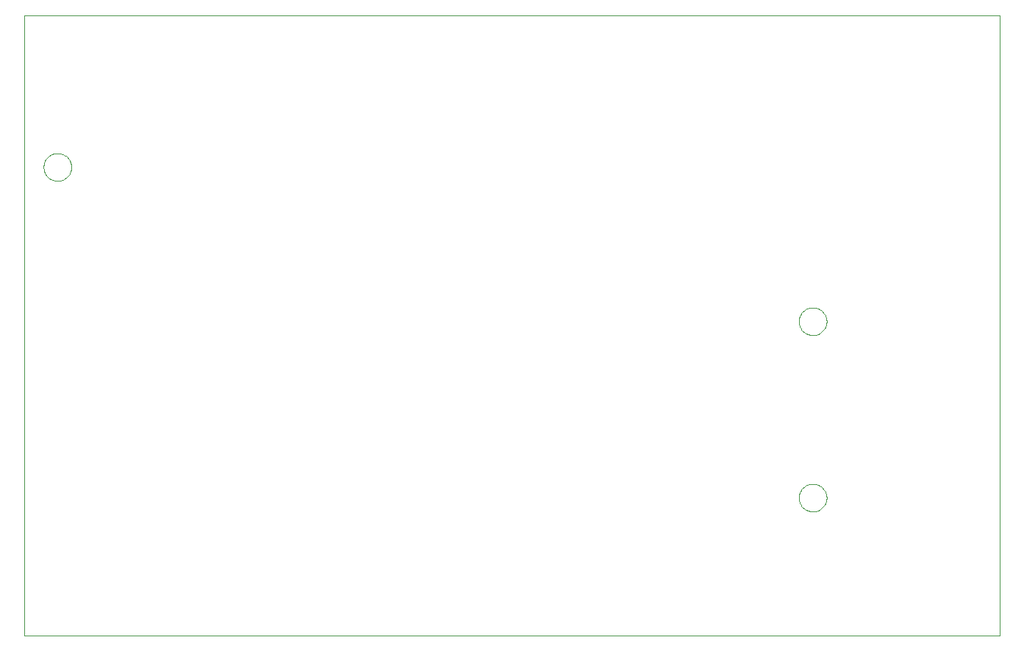
<source format=gbr>
G75*
G70*
%OFA0B0*%
%FSLAX24Y24*%
%IPPOS*%
%LPD*%
%AMOC8*
5,1,8,0,0,1.08239X$1,22.5*
%
%ADD10C,0.0000*%
D10*
X006430Y011143D02*
X006430Y039263D01*
X050672Y039263D01*
X050672Y011143D01*
X006430Y011143D01*
X007300Y032393D02*
X007302Y032443D01*
X007308Y032493D01*
X007318Y032542D01*
X007332Y032590D01*
X007349Y032637D01*
X007370Y032682D01*
X007395Y032726D01*
X007423Y032767D01*
X007455Y032806D01*
X007489Y032843D01*
X007526Y032877D01*
X007566Y032907D01*
X007608Y032934D01*
X007652Y032958D01*
X007698Y032979D01*
X007745Y032995D01*
X007793Y033008D01*
X007843Y033017D01*
X007892Y033022D01*
X007943Y033023D01*
X007993Y033020D01*
X008042Y033013D01*
X008091Y033002D01*
X008139Y032987D01*
X008185Y032969D01*
X008230Y032947D01*
X008273Y032921D01*
X008314Y032892D01*
X008353Y032860D01*
X008389Y032825D01*
X008421Y032787D01*
X008451Y032747D01*
X008478Y032704D01*
X008501Y032660D01*
X008520Y032614D01*
X008536Y032566D01*
X008548Y032517D01*
X008556Y032468D01*
X008560Y032418D01*
X008560Y032368D01*
X008556Y032318D01*
X008548Y032269D01*
X008536Y032220D01*
X008520Y032172D01*
X008501Y032126D01*
X008478Y032082D01*
X008451Y032039D01*
X008421Y031999D01*
X008389Y031961D01*
X008353Y031926D01*
X008314Y031894D01*
X008273Y031865D01*
X008230Y031839D01*
X008185Y031817D01*
X008139Y031799D01*
X008091Y031784D01*
X008042Y031773D01*
X007993Y031766D01*
X007943Y031763D01*
X007892Y031764D01*
X007843Y031769D01*
X007793Y031778D01*
X007745Y031791D01*
X007698Y031807D01*
X007652Y031828D01*
X007608Y031852D01*
X007566Y031879D01*
X007526Y031909D01*
X007489Y031943D01*
X007455Y031980D01*
X007423Y032019D01*
X007395Y032060D01*
X007370Y032104D01*
X007349Y032149D01*
X007332Y032196D01*
X007318Y032244D01*
X007308Y032293D01*
X007302Y032343D01*
X007300Y032393D01*
X041550Y025393D02*
X041552Y025443D01*
X041558Y025493D01*
X041568Y025542D01*
X041582Y025590D01*
X041599Y025637D01*
X041620Y025682D01*
X041645Y025726D01*
X041673Y025767D01*
X041705Y025806D01*
X041739Y025843D01*
X041776Y025877D01*
X041816Y025907D01*
X041858Y025934D01*
X041902Y025958D01*
X041948Y025979D01*
X041995Y025995D01*
X042043Y026008D01*
X042093Y026017D01*
X042142Y026022D01*
X042193Y026023D01*
X042243Y026020D01*
X042292Y026013D01*
X042341Y026002D01*
X042389Y025987D01*
X042435Y025969D01*
X042480Y025947D01*
X042523Y025921D01*
X042564Y025892D01*
X042603Y025860D01*
X042639Y025825D01*
X042671Y025787D01*
X042701Y025747D01*
X042728Y025704D01*
X042751Y025660D01*
X042770Y025614D01*
X042786Y025566D01*
X042798Y025517D01*
X042806Y025468D01*
X042810Y025418D01*
X042810Y025368D01*
X042806Y025318D01*
X042798Y025269D01*
X042786Y025220D01*
X042770Y025172D01*
X042751Y025126D01*
X042728Y025082D01*
X042701Y025039D01*
X042671Y024999D01*
X042639Y024961D01*
X042603Y024926D01*
X042564Y024894D01*
X042523Y024865D01*
X042480Y024839D01*
X042435Y024817D01*
X042389Y024799D01*
X042341Y024784D01*
X042292Y024773D01*
X042243Y024766D01*
X042193Y024763D01*
X042142Y024764D01*
X042093Y024769D01*
X042043Y024778D01*
X041995Y024791D01*
X041948Y024807D01*
X041902Y024828D01*
X041858Y024852D01*
X041816Y024879D01*
X041776Y024909D01*
X041739Y024943D01*
X041705Y024980D01*
X041673Y025019D01*
X041645Y025060D01*
X041620Y025104D01*
X041599Y025149D01*
X041582Y025196D01*
X041568Y025244D01*
X041558Y025293D01*
X041552Y025343D01*
X041550Y025393D01*
X041550Y017393D02*
X041552Y017443D01*
X041558Y017493D01*
X041568Y017542D01*
X041582Y017590D01*
X041599Y017637D01*
X041620Y017682D01*
X041645Y017726D01*
X041673Y017767D01*
X041705Y017806D01*
X041739Y017843D01*
X041776Y017877D01*
X041816Y017907D01*
X041858Y017934D01*
X041902Y017958D01*
X041948Y017979D01*
X041995Y017995D01*
X042043Y018008D01*
X042093Y018017D01*
X042142Y018022D01*
X042193Y018023D01*
X042243Y018020D01*
X042292Y018013D01*
X042341Y018002D01*
X042389Y017987D01*
X042435Y017969D01*
X042480Y017947D01*
X042523Y017921D01*
X042564Y017892D01*
X042603Y017860D01*
X042639Y017825D01*
X042671Y017787D01*
X042701Y017747D01*
X042728Y017704D01*
X042751Y017660D01*
X042770Y017614D01*
X042786Y017566D01*
X042798Y017517D01*
X042806Y017468D01*
X042810Y017418D01*
X042810Y017368D01*
X042806Y017318D01*
X042798Y017269D01*
X042786Y017220D01*
X042770Y017172D01*
X042751Y017126D01*
X042728Y017082D01*
X042701Y017039D01*
X042671Y016999D01*
X042639Y016961D01*
X042603Y016926D01*
X042564Y016894D01*
X042523Y016865D01*
X042480Y016839D01*
X042435Y016817D01*
X042389Y016799D01*
X042341Y016784D01*
X042292Y016773D01*
X042243Y016766D01*
X042193Y016763D01*
X042142Y016764D01*
X042093Y016769D01*
X042043Y016778D01*
X041995Y016791D01*
X041948Y016807D01*
X041902Y016828D01*
X041858Y016852D01*
X041816Y016879D01*
X041776Y016909D01*
X041739Y016943D01*
X041705Y016980D01*
X041673Y017019D01*
X041645Y017060D01*
X041620Y017104D01*
X041599Y017149D01*
X041582Y017196D01*
X041568Y017244D01*
X041558Y017293D01*
X041552Y017343D01*
X041550Y017393D01*
M02*

</source>
